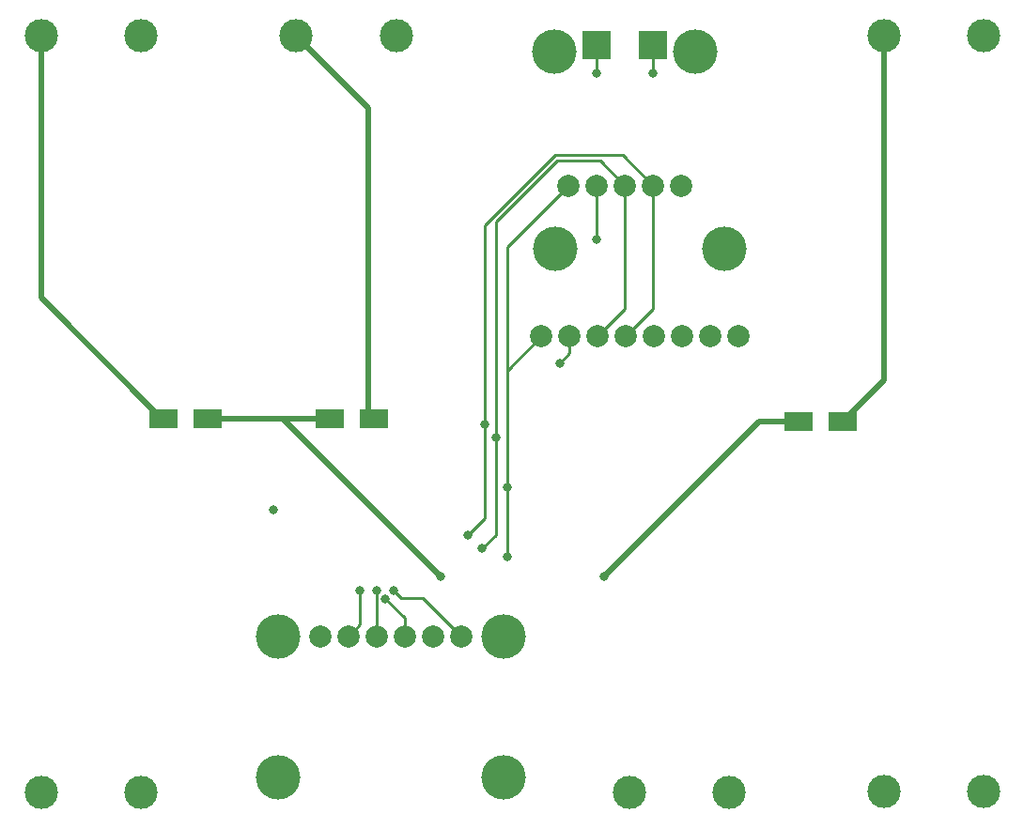
<source format=gbr>
%TF.GenerationSoftware,KiCad,Pcbnew,(5.1.10)-1*%
%TF.CreationDate,2022-05-08T17:14:08-07:00*%
%TF.ProjectId,solar-panel-side-Z,736f6c61-722d-4706-916e-656c2d736964,1.0*%
%TF.SameCoordinates,Original*%
%TF.FileFunction,Copper,L1,Top*%
%TF.FilePolarity,Positive*%
%FSLAX46Y46*%
G04 Gerber Fmt 4.6, Leading zero omitted, Abs format (unit mm)*
G04 Created by KiCad (PCBNEW (5.1.10)-1) date 2022-05-08 17:14:08*
%MOMM*%
%LPD*%
G01*
G04 APERTURE LIST*
%TA.AperFunction,SMDPad,CuDef*%
%ADD10C,4.000000*%
%TD*%
%TA.AperFunction,SMDPad,CuDef*%
%ADD11C,2.000000*%
%TD*%
%TA.AperFunction,SMDPad,CuDef*%
%ADD12R,2.500000X1.700000*%
%TD*%
%TA.AperFunction,SMDPad,CuDef*%
%ADD13R,2.500000X2.500000*%
%TD*%
%TA.AperFunction,ComponentPad*%
%ADD14C,3.000000*%
%TD*%
%TA.AperFunction,ViaPad*%
%ADD15C,0.800000*%
%TD*%
%TA.AperFunction,Conductor*%
%ADD16C,0.250000*%
%TD*%
%TA.AperFunction,Conductor*%
%ADD17C,0.500000*%
%TD*%
G04 APERTURE END LIST*
D10*
%TO.P,U1,7*%
%TO.N,Net-(U1-Pad7)*%
X148660000Y-117850000D03*
%TO.P,U1,8*%
%TO.N,Net-(U1-Pad8)*%
X128340000Y-117850000D03*
%TO.P,U1,9*%
%TO.N,Net-(U1-Pad9)*%
X148660000Y-105150000D03*
D11*
%TO.P,U1,2*%
%TO.N,Net-(U1-Pad2)*%
X142310000Y-105150000D03*
%TO.P,U1,3*%
%TO.N,GND*%
X139770000Y-105150000D03*
%TO.P,U1,1*%
%TO.N,+3V3*%
X144850000Y-105150000D03*
%TO.P,U1,6*%
%TO.N,Net-(U1-Pad6)*%
X132150000Y-105150000D03*
%TO.P,U1,5*%
%TO.N,SDA*%
X134690000Y-105150000D03*
%TO.P,U1,4*%
%TO.N,SCL*%
X137230000Y-105150000D03*
D10*
%TO.P,U1,10*%
%TO.N,Net-(U1-Pad10)*%
X128340000Y-105150000D03*
%TD*%
D12*
%TO.P,D3,2*%
%TO.N,Net-(D3-Pad2)*%
X179250000Y-85750000D03*
%TO.P,D3,1*%
%TO.N,VSOLAR*%
X175250000Y-85750000D03*
%TD*%
%TO.P,D2,2*%
%TO.N,Net-(D2-Pad2)*%
X137000000Y-85500000D03*
%TO.P,D2,1*%
%TO.N,VSOLAR*%
X133000000Y-85500000D03*
%TD*%
%TO.P,D1,2*%
%TO.N,Net-(D1-Pad2)*%
X118000000Y-85500000D03*
%TO.P,D1,1*%
%TO.N,VSOLAR*%
X122000000Y-85500000D03*
%TD*%
D10*
%TO.P,U3,9*%
%TO.N,Net-(U3-Pad9)*%
X153380000Y-70190000D03*
%TO.P,U3,10*%
%TO.N,Net-(U3-Pad10)*%
X168620000Y-70190000D03*
D11*
%TO.P,U3,3*%
%TO.N,SCL*%
X157190000Y-78064000D03*
%TO.P,U3,4*%
%TO.N,SDA*%
X159730000Y-78064000D03*
%TO.P,U3,1*%
%TO.N,+3V3*%
X152110000Y-78064000D03*
%TO.P,U3,2*%
%TO.N,GND*%
X154650000Y-78064000D03*
%TO.P,U3,8*%
%TO.N,Net-(U3-Pad8)*%
X169890000Y-78064000D03*
%TO.P,U3,7*%
%TO.N,Net-(U3-Pad7)*%
X167350000Y-78064000D03*
%TO.P,U3,6*%
%TO.N,Net-(U3-Pad6)*%
X164810000Y-78064000D03*
%TO.P,U3,5*%
%TO.N,Net-(U3-Pad5)*%
X162270000Y-78064000D03*
%TD*%
D13*
%TO.P,U2,7*%
%TO.N,Net-(U2-Pad6)*%
X162190000Y-51800000D03*
%TO.P,U2,6*%
X157110000Y-51800000D03*
D10*
%TO.P,U2,9*%
%TO.N,Net-(U2-Pad9)*%
X166000000Y-52435000D03*
%TO.P,U2,8*%
%TO.N,Net-(U2-Pad8)*%
X153300000Y-52435000D03*
D11*
%TO.P,U2,1*%
%TO.N,+3V3*%
X154570000Y-64500000D03*
%TO.P,U2,2*%
%TO.N,GND*%
X157110000Y-64500000D03*
%TO.P,U2,5*%
%TO.N,Net-(U2-Pad5)*%
X164730000Y-64500000D03*
%TO.P,U2,4*%
%TO.N,SDA*%
X162190000Y-64500000D03*
%TO.P,U2,3*%
%TO.N,SCL*%
X159650000Y-64500000D03*
%TD*%
D14*
%TO.P,SC5,2*%
%TO.N,Net-(SC5-Pad2)*%
X191952000Y-51008000D03*
%TO.P,SC5,1*%
%TO.N,Net-(D3-Pad2)*%
X182952000Y-51008000D03*
%TD*%
%TO.P,SC4,1*%
%TO.N,Net-(SC3-Pad2)*%
X169000000Y-119250000D03*
%TO.P,SC4,2*%
%TO.N,GND*%
X160000000Y-119250000D03*
%TD*%
%TO.P,SC6,1*%
%TO.N,Net-(SC5-Pad2)*%
X191952000Y-119172000D03*
%TO.P,SC6,2*%
%TO.N,GND*%
X182952000Y-119172000D03*
%TD*%
%TO.P,SC3,1*%
%TO.N,Net-(D2-Pad2)*%
X130000000Y-51000000D03*
%TO.P,SC3,2*%
%TO.N,Net-(SC3-Pad2)*%
X139000000Y-51000000D03*
%TD*%
%TO.P,SC2,2*%
%TO.N,GND*%
X107006000Y-119250000D03*
%TO.P,SC2,1*%
%TO.N,Net-(SC1-Pad2)*%
X116006000Y-119250000D03*
%TD*%
%TO.P,SC1,2*%
%TO.N,Net-(SC1-Pad2)*%
X116006000Y-51008000D03*
%TO.P,SC1,1*%
%TO.N,Net-(D1-Pad2)*%
X107006000Y-51008000D03*
%TD*%
D15*
%TO.N,GND*%
X138000000Y-101750000D03*
X157110000Y-69390000D03*
X153750000Y-80500000D03*
%TO.N,+3V3*%
X138750000Y-101000000D03*
X149000000Y-97950010D03*
X149000000Y-91750000D03*
%TO.N,VSOLAR*%
X157750000Y-99750000D03*
X143000000Y-99750000D03*
%TO.N,SDA*%
X135750000Y-101000000D03*
X145500000Y-96000000D03*
X147000000Y-86000000D03*
%TO.N,SCL*%
X146750000Y-97250000D03*
X137250000Y-101000000D03*
X148000000Y-87250000D03*
%TO.N,Net-(U2-Pad6)*%
X162110000Y-54352000D03*
X157030000Y-54352000D03*
X127924000Y-93782000D03*
%TD*%
D16*
%TO.N,GND*%
X139770000Y-103520000D02*
X138000000Y-101750000D01*
X139770000Y-105150000D02*
X139770000Y-103520000D01*
X157110000Y-64500000D02*
X157110000Y-69390000D01*
X157110000Y-69390000D02*
X157000000Y-69500000D01*
X154650000Y-78064000D02*
X154650000Y-79600000D01*
X154650000Y-79600000D02*
X153750000Y-80500000D01*
X157110000Y-69390000D02*
X157110000Y-69390000D01*
X153750000Y-80500000D02*
X153750000Y-80500000D01*
%TO.N,+3V3*%
X141425001Y-101725001D02*
X144850000Y-105150000D01*
X139475001Y-101725001D02*
X141425001Y-101725001D01*
X138750000Y-101000000D02*
X139475001Y-101725001D01*
X149000000Y-70070000D02*
X154570000Y-64500000D01*
X149000000Y-81174000D02*
X152110000Y-78064000D01*
X149000000Y-82000000D02*
X149000000Y-81174000D01*
X149000000Y-97950010D02*
X149000000Y-82750000D01*
X149000000Y-82000000D02*
X149000000Y-70070000D01*
X149000000Y-82750000D02*
X149000000Y-82000000D01*
D17*
%TO.N,VSOLAR*%
X121856000Y-85500000D02*
X122000000Y-85500000D01*
X121856000Y-85500000D02*
X128750000Y-85500000D01*
X128750000Y-85500000D02*
X143000000Y-99750000D01*
X143000000Y-99750000D02*
X143000000Y-99750000D01*
X157750000Y-99750000D02*
X157750000Y-99750000D01*
X143000000Y-99750000D02*
X143000000Y-99750000D01*
X171750000Y-85750000D02*
X175250000Y-85750000D01*
X157750000Y-99750000D02*
X171750000Y-85750000D01*
X133000000Y-85500000D02*
X128750000Y-85500000D01*
%TO.N,Net-(D1-Pad2)*%
X107006000Y-74650000D02*
X117856000Y-85500000D01*
X107006000Y-51008000D02*
X107006000Y-74650000D01*
%TO.N,Net-(D2-Pad2)*%
X130000000Y-51000000D02*
X136500000Y-57500000D01*
X136500000Y-85000000D02*
X137000000Y-85500000D01*
X136500000Y-57500000D02*
X136500000Y-85000000D01*
D16*
%TO.N,SDA*%
X135750000Y-104090000D02*
X134690000Y-105150000D01*
X135750000Y-101000000D02*
X135750000Y-104090000D01*
X159440000Y-61750000D02*
X162190000Y-64500000D01*
X153363590Y-61750000D02*
X159440000Y-61750000D01*
X147000000Y-68113590D02*
X153363590Y-61750000D01*
X147000000Y-94500000D02*
X147000000Y-80250000D01*
X145500000Y-96000000D02*
X147000000Y-94500000D01*
X162190000Y-75604000D02*
X159730000Y-78064000D01*
X162190000Y-64500000D02*
X162190000Y-75604000D01*
X147000000Y-80250000D02*
X147000000Y-68113590D01*
%TO.N,SCL*%
X137250000Y-105130000D02*
X137230000Y-105150000D01*
X137250000Y-101000000D02*
X137250000Y-105130000D01*
X157400000Y-62250000D02*
X159650000Y-64500000D01*
X148000000Y-67750000D02*
X153500000Y-62250000D01*
X153500000Y-62250000D02*
X157400000Y-62250000D01*
X148000000Y-96000000D02*
X148000000Y-81500000D01*
X146750000Y-97250000D02*
X148000000Y-96000000D01*
X159650000Y-75604000D02*
X157190000Y-78064000D01*
X159650000Y-64500000D02*
X159650000Y-75604000D01*
X148000000Y-81500000D02*
X148000000Y-67750000D01*
%TO.N,Net-(U2-Pad6)*%
X162040000Y-54422000D02*
X162110000Y-54352000D01*
X156960000Y-54422000D02*
X157030000Y-54352000D01*
X157110000Y-54272000D02*
X157030000Y-54352000D01*
X157110000Y-51800000D02*
X157110000Y-54272000D01*
X162190000Y-54272000D02*
X162110000Y-54352000D01*
X162190000Y-51800000D02*
X162190000Y-54272000D01*
D17*
%TO.N,Net-(D3-Pad2)*%
X182952000Y-82048000D02*
X179250000Y-85750000D01*
X182952000Y-51008000D02*
X182952000Y-82048000D01*
%TD*%
M02*

</source>
